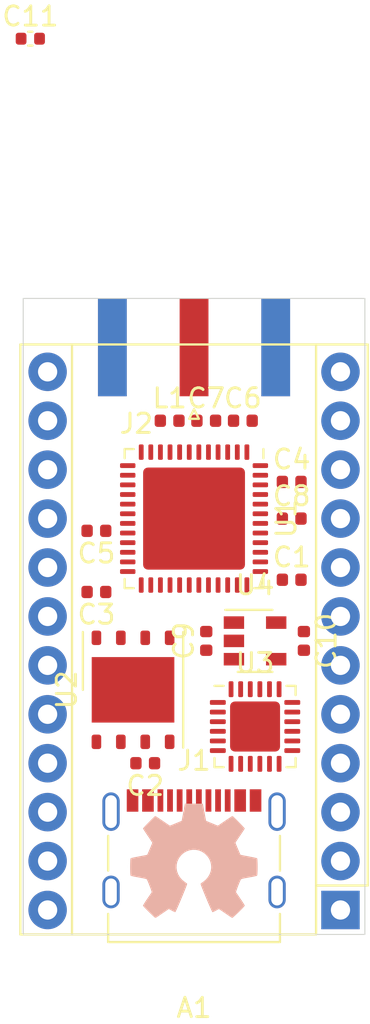
<source format=kicad_pcb>
(kicad_pcb (version 20171130) (host pcbnew 5.1.5+dfsg1-2build2)

  (general
    (thickness 1.6)
    (drawings 4)
    (tracks 0)
    (zones 0)
    (modules 20)
    (nets 25)
  )

  (page A4)
  (layers
    (0 F.Cu signal)
    (31 B.Cu signal)
    (32 B.Adhes user)
    (33 F.Adhes user)
    (34 B.Paste user)
    (35 F.Paste user)
    (36 B.SilkS user)
    (37 F.SilkS user)
    (38 B.Mask user)
    (39 F.Mask user)
    (40 Dwgs.User user)
    (41 Cmts.User user)
    (42 Eco1.User user)
    (43 Eco2.User user)
    (44 Edge.Cuts user)
    (45 Margin user)
    (46 B.CrtYd user)
    (47 F.CrtYd user)
    (48 B.Fab user hide)
    (49 F.Fab user hide)
  )

  (setup
    (last_trace_width 0.25)
    (trace_clearance 0.2)
    (zone_clearance 0.508)
    (zone_45_only no)
    (trace_min 0.2)
    (via_size 0.8)
    (via_drill 0.4)
    (via_min_size 0.4)
    (via_min_drill 0.3)
    (uvia_size 0.3)
    (uvia_drill 0.1)
    (uvias_allowed no)
    (uvia_min_size 0.2)
    (uvia_min_drill 0.1)
    (edge_width 0.05)
    (segment_width 0.2)
    (pcb_text_width 0.3)
    (pcb_text_size 1.5 1.5)
    (mod_edge_width 0.12)
    (mod_text_size 1 1)
    (mod_text_width 0.15)
    (pad_size 1.524 1.524)
    (pad_drill 0.762)
    (pad_to_mask_clearance 0.051)
    (solder_mask_min_width 0.25)
    (aux_axis_origin 0 0)
    (visible_elements FFFFFF7F)
    (pcbplotparams
      (layerselection 0x010fc_ffffffff)
      (usegerberextensions false)
      (usegerberattributes false)
      (usegerberadvancedattributes false)
      (creategerberjobfile false)
      (excludeedgelayer true)
      (linewidth 0.100000)
      (plotframeref false)
      (viasonmask false)
      (mode 1)
      (useauxorigin false)
      (hpglpennumber 1)
      (hpglpenspeed 20)
      (hpglpendiameter 15.000000)
      (psnegative false)
      (psa4output false)
      (plotreference true)
      (plotvalue true)
      (plotinvisibletext false)
      (padsonsilk false)
      (subtractmaskfromsilk false)
      (outputformat 1)
      (mirror false)
      (drillshape 1)
      (scaleselection 1)
      (outputdirectory ""))
  )

  (net 0 "")
  (net 1 GND)
  (net 2 +3V3)
  (net 3 VBUS)
  (net 4 /D+)
  (net 5 /D-)
  (net 6 TDI)
  (net 7 TDO)
  (net 8 TMS)
  (net 9 TCK)
  (net 10 /VDD_SDIO)
  (net 11 USB_TXD)
  (net 12 USB_RXD)
  (net 13 /DAT1)
  (net 14 /DAT0)
  (net 15 /SCLK)
  (net 16 /CMD)
  (net 17 /DAT3)
  (net 18 /DAT2)
  (net 19 RXD)
  (net 20 TXD)
  (net 21 ~RST)
  (net 22 "Net-(C6-Pad1)")
  (net 23 "Net-(C7-Pad1)")
  (net 24 "Net-(U3-Pad5)")

  (net_class Default "This is the default net class."
    (clearance 0.2)
    (trace_width 0.25)
    (via_dia 0.8)
    (via_drill 0.4)
    (uvia_dia 0.3)
    (uvia_drill 0.1)
    (add_net +3V3)
    (add_net /CMD)
    (add_net /D+)
    (add_net /D-)
    (add_net /DAT0)
    (add_net /DAT1)
    (add_net /DAT2)
    (add_net /DAT3)
    (add_net /SCLK)
    (add_net /VDD_SDIO)
    (add_net GND)
    (add_net "Net-(C6-Pad1)")
    (add_net "Net-(C7-Pad1)")
    (add_net "Net-(U3-Pad5)")
    (add_net RXD)
    (add_net TCK)
    (add_net TDI)
    (add_net TDO)
    (add_net TMS)
    (add_net TXD)
    (add_net USB_RXD)
    (add_net USB_TXD)
    (add_net VBUS)
    (add_net ~RST)
  )

  (module Package_SON:WSON-8-1EP_6x5mm_P1.27mm_EP3.4x4.3mm (layer F.Cu) (tedit 5DC5FB10) (tstamp 5F9CBB21)
    (at 125.095 105.41 90)
    (descr "WSON, 8 Pin (http://www.winbond.com/resource-files/w25q32jv%20revg%2003272018%20plus.pdf (page 68)), generated with kicad-footprint-generator ipc_noLead_generator.py")
    (tags "WSON NoLead")
    (path /5F9CABED)
    (attr smd)
    (fp_text reference U2 (at 0 -3.45 90) (layer F.SilkS)
      (effects (font (size 1 1) (thickness 0.15)))
    )
    (fp_text value W25Q32JVZP (at 0 3.45 90) (layer F.Fab)
      (effects (font (size 1 1) (thickness 0.15)))
    )
    (fp_text user %R (at 0 0 90) (layer F.Fab)
      (effects (font (size 1 1) (thickness 0.15)))
    )
    (fp_line (start 3.32 -2.75) (end -3.32 -2.75) (layer F.CrtYd) (width 0.05))
    (fp_line (start 3.32 2.75) (end 3.32 -2.75) (layer F.CrtYd) (width 0.05))
    (fp_line (start -3.32 2.75) (end 3.32 2.75) (layer F.CrtYd) (width 0.05))
    (fp_line (start -3.32 -2.75) (end -3.32 2.75) (layer F.CrtYd) (width 0.05))
    (fp_line (start -3 -1.5) (end -2 -2.5) (layer F.Fab) (width 0.1))
    (fp_line (start -3 2.5) (end -3 -1.5) (layer F.Fab) (width 0.1))
    (fp_line (start 3 2.5) (end -3 2.5) (layer F.Fab) (width 0.1))
    (fp_line (start 3 -2.5) (end 3 2.5) (layer F.Fab) (width 0.1))
    (fp_line (start -2 -2.5) (end 3 -2.5) (layer F.Fab) (width 0.1))
    (fp_line (start -3 2.61) (end 3 2.61) (layer F.SilkS) (width 0.12))
    (fp_line (start 0 -2.61) (end 3 -2.61) (layer F.SilkS) (width 0.12))
    (pad "" smd roundrect (at 0.85 1.075 90) (size 1.37 1.73) (layers F.Paste) (roundrect_rratio 0.182482))
    (pad "" smd roundrect (at 0.85 -1.075 90) (size 1.37 1.73) (layers F.Paste) (roundrect_rratio 0.182482))
    (pad "" smd roundrect (at -0.85 1.075 90) (size 1.37 1.73) (layers F.Paste) (roundrect_rratio 0.182482))
    (pad "" smd roundrect (at -0.85 -1.075 90) (size 1.37 1.73) (layers F.Paste) (roundrect_rratio 0.182482))
    (pad 9 smd rect (at 0 0 90) (size 3.4 4.3) (layers F.Cu F.Mask)
      (net 1 GND))
    (pad 8 smd roundrect (at 2.7 -1.905 90) (size 0.75 0.5) (layers F.Cu F.Paste F.Mask) (roundrect_rratio 0.25)
      (net 10 /VDD_SDIO))
    (pad 7 smd roundrect (at 2.7 -0.635 90) (size 0.75 0.5) (layers F.Cu F.Paste F.Mask) (roundrect_rratio 0.25)
      (net 17 /DAT3))
    (pad 6 smd roundrect (at 2.7 0.635 90) (size 0.75 0.5) (layers F.Cu F.Paste F.Mask) (roundrect_rratio 0.25)
      (net 15 /SCLK))
    (pad 5 smd roundrect (at 2.7 1.905 90) (size 0.75 0.5) (layers F.Cu F.Paste F.Mask) (roundrect_rratio 0.25)
      (net 14 /DAT0))
    (pad 4 smd roundrect (at -2.7 1.905 90) (size 0.75 0.5) (layers F.Cu F.Paste F.Mask) (roundrect_rratio 0.25)
      (net 1 GND))
    (pad 3 smd roundrect (at -2.7 0.635 90) (size 0.75 0.5) (layers F.Cu F.Paste F.Mask) (roundrect_rratio 0.25)
      (net 18 /DAT2))
    (pad 2 smd roundrect (at -2.7 -0.635 90) (size 0.75 0.5) (layers F.Cu F.Paste F.Mask) (roundrect_rratio 0.25)
      (net 13 /DAT1))
    (pad 1 smd roundrect (at -2.7 -1.905 90) (size 0.75 0.5) (layers F.Cu F.Paste F.Mask) (roundrect_rratio 0.25)
      (net 16 /CMD))
    (model ${KISYS3DMOD}/Package_SON.3dshapes/WSON-8-1EP_6x5mm_P1.27mm_EP3.4x4.3mm.wrl
      (at (xyz 0 0 0))
      (scale (xyz 1 1 1))
      (rotate (xyz 0 0 0))
    )
  )

  (module Capacitor_SMD:C_0402_1005Metric (layer F.Cu) (tedit 5F68FEEE) (tstamp 5F9CB9A0)
    (at 119.750001 71.605001)
    (descr "Capacitor SMD 0402 (1005 Metric), square (rectangular) end terminal, IPC_7351 nominal, (Body size source: IPC-SM-782 page 76, https://www.pcb-3d.com/wordpress/wp-content/uploads/ipc-sm-782a_amendment_1_and_2.pdf), generated with kicad-footprint-generator")
    (tags capacitor)
    (path /5FA8EEB8)
    (attr smd)
    (fp_text reference C11 (at 0 -1.16) (layer F.SilkS)
      (effects (font (size 1 1) (thickness 0.15)))
    )
    (fp_text value 100n (at 0 1.16) (layer F.Fab)
      (effects (font (size 1 1) (thickness 0.15)))
    )
    (fp_text user %R (at 0 0) (layer F.Fab)
      (effects (font (size 0.25 0.25) (thickness 0.04)))
    )
    (fp_line (start 0.91 0.46) (end -0.91 0.46) (layer F.CrtYd) (width 0.05))
    (fp_line (start 0.91 -0.46) (end 0.91 0.46) (layer F.CrtYd) (width 0.05))
    (fp_line (start -0.91 -0.46) (end 0.91 -0.46) (layer F.CrtYd) (width 0.05))
    (fp_line (start -0.91 0.46) (end -0.91 -0.46) (layer F.CrtYd) (width 0.05))
    (fp_line (start -0.107836 0.36) (end 0.107836 0.36) (layer F.SilkS) (width 0.12))
    (fp_line (start -0.107836 -0.36) (end 0.107836 -0.36) (layer F.SilkS) (width 0.12))
    (fp_line (start 0.5 0.25) (end -0.5 0.25) (layer F.Fab) (width 0.1))
    (fp_line (start 0.5 -0.25) (end 0.5 0.25) (layer F.Fab) (width 0.1))
    (fp_line (start -0.5 -0.25) (end 0.5 -0.25) (layer F.Fab) (width 0.1))
    (fp_line (start -0.5 0.25) (end -0.5 -0.25) (layer F.Fab) (width 0.1))
    (pad 2 smd roundrect (at 0.48 0) (size 0.56 0.62) (layers F.Cu F.Paste F.Mask) (roundrect_rratio 0.25)
      (net 1 GND))
    (pad 1 smd roundrect (at -0.48 0) (size 0.56 0.62) (layers F.Cu F.Paste F.Mask) (roundrect_rratio 0.25)
      (net 2 +3V3))
    (model ${KISYS3DMOD}/Capacitor_SMD.3dshapes/C_0402_1005Metric.wrl
      (at (xyz 0 0 0))
      (scale (xyz 1 1 1))
      (rotate (xyz 0 0 0))
    )
  )

  (module Package_TO_SOT_SMD:SOT-23-5 (layer F.Cu) (tedit 5A02FF57) (tstamp 5F93EBEB)
    (at 131.445 102.87)
    (descr "5-pin SOT23 package")
    (tags SOT-23-5)
    (path /5FA3B3AE)
    (attr smd)
    (fp_text reference U4 (at 0 -2.9) (layer F.SilkS)
      (effects (font (size 1 1) (thickness 0.15)))
    )
    (fp_text value AP2112K-3.3 (at 0 2.9) (layer F.Fab)
      (effects (font (size 1 1) (thickness 0.15)))
    )
    (fp_line (start 0.9 -1.55) (end 0.9 1.55) (layer F.Fab) (width 0.1))
    (fp_line (start 0.9 1.55) (end -0.9 1.55) (layer F.Fab) (width 0.1))
    (fp_line (start -0.9 -0.9) (end -0.9 1.55) (layer F.Fab) (width 0.1))
    (fp_line (start 0.9 -1.55) (end -0.25 -1.55) (layer F.Fab) (width 0.1))
    (fp_line (start -0.9 -0.9) (end -0.25 -1.55) (layer F.Fab) (width 0.1))
    (fp_line (start -1.9 1.8) (end -1.9 -1.8) (layer F.CrtYd) (width 0.05))
    (fp_line (start 1.9 1.8) (end -1.9 1.8) (layer F.CrtYd) (width 0.05))
    (fp_line (start 1.9 -1.8) (end 1.9 1.8) (layer F.CrtYd) (width 0.05))
    (fp_line (start -1.9 -1.8) (end 1.9 -1.8) (layer F.CrtYd) (width 0.05))
    (fp_line (start 0.9 -1.61) (end -1.55 -1.61) (layer F.SilkS) (width 0.12))
    (fp_line (start -0.9 1.61) (end 0.9 1.61) (layer F.SilkS) (width 0.12))
    (fp_text user %R (at 0 0 90) (layer F.Fab)
      (effects (font (size 0.5 0.5) (thickness 0.075)))
    )
    (pad 5 smd rect (at 1.1 -0.95) (size 1.06 0.65) (layers F.Cu F.Paste F.Mask)
      (net 2 +3V3))
    (pad 4 smd rect (at 1.1 0.95) (size 1.06 0.65) (layers F.Cu F.Paste F.Mask))
    (pad 3 smd rect (at -1.1 0.95) (size 1.06 0.65) (layers F.Cu F.Paste F.Mask)
      (net 3 VBUS))
    (pad 2 smd rect (at -1.1 0) (size 1.06 0.65) (layers F.Cu F.Paste F.Mask)
      (net 1 GND))
    (pad 1 smd rect (at -1.1 -0.95) (size 1.06 0.65) (layers F.Cu F.Paste F.Mask)
      (net 3 VBUS))
    (model ${KISYS3DMOD}/Package_TO_SOT_SMD.3dshapes/SOT-23-5.wrl
      (at (xyz 0 0 0))
      (scale (xyz 1 1 1))
      (rotate (xyz 0 0 0))
    )
  )

  (module Capacitor_SMD:C_0402_1005Metric (layer F.Cu) (tedit 5B301BBE) (tstamp 5F93DA86)
    (at 133.985 102.87 270)
    (descr "Capacitor SMD 0402 (1005 Metric), square (rectangular) end terminal, IPC_7351 nominal, (Body size source: http://www.tortai-tech.com/upload/download/2011102023233369053.pdf), generated with kicad-footprint-generator")
    (tags capacitor)
    (path /5FA3E053)
    (attr smd)
    (fp_text reference C10 (at 0 -1.17 90) (layer F.SilkS)
      (effects (font (size 1 1) (thickness 0.15)))
    )
    (fp_text value 100n (at 0 1.17 90) (layer F.Fab)
      (effects (font (size 1 1) (thickness 0.15)))
    )
    (fp_text user %R (at 0 0 90) (layer F.Fab)
      (effects (font (size 0.25 0.25) (thickness 0.04)))
    )
    (fp_line (start 0.93 0.47) (end -0.93 0.47) (layer F.CrtYd) (width 0.05))
    (fp_line (start 0.93 -0.47) (end 0.93 0.47) (layer F.CrtYd) (width 0.05))
    (fp_line (start -0.93 -0.47) (end 0.93 -0.47) (layer F.CrtYd) (width 0.05))
    (fp_line (start -0.93 0.47) (end -0.93 -0.47) (layer F.CrtYd) (width 0.05))
    (fp_line (start 0.5 0.25) (end -0.5 0.25) (layer F.Fab) (width 0.1))
    (fp_line (start 0.5 -0.25) (end 0.5 0.25) (layer F.Fab) (width 0.1))
    (fp_line (start -0.5 -0.25) (end 0.5 -0.25) (layer F.Fab) (width 0.1))
    (fp_line (start -0.5 0.25) (end -0.5 -0.25) (layer F.Fab) (width 0.1))
    (pad 2 smd roundrect (at 0.485 0 270) (size 0.59 0.64) (layers F.Cu F.Paste F.Mask) (roundrect_rratio 0.25)
      (net 1 GND))
    (pad 1 smd roundrect (at -0.485 0 270) (size 0.59 0.64) (layers F.Cu F.Paste F.Mask) (roundrect_rratio 0.25)
      (net 2 +3V3))
    (model ${KISYS3DMOD}/Capacitor_SMD.3dshapes/C_0402_1005Metric.wrl
      (at (xyz 0 0 0))
      (scale (xyz 1 1 1))
      (rotate (xyz 0 0 0))
    )
  )

  (module Capacitor_SMD:C_0402_1005Metric (layer F.Cu) (tedit 5B301BBE) (tstamp 5F93DA77)
    (at 128.905 102.87 90)
    (descr "Capacitor SMD 0402 (1005 Metric), square (rectangular) end terminal, IPC_7351 nominal, (Body size source: http://www.tortai-tech.com/upload/download/2011102023233369053.pdf), generated with kicad-footprint-generator")
    (tags capacitor)
    (path /5FA3E073)
    (attr smd)
    (fp_text reference C9 (at 0 -1.17 90) (layer F.SilkS)
      (effects (font (size 1 1) (thickness 0.15)))
    )
    (fp_text value 100n (at 0 1.17 90) (layer F.Fab)
      (effects (font (size 1 1) (thickness 0.15)))
    )
    (fp_text user %R (at 0 0 90) (layer F.Fab)
      (effects (font (size 0.25 0.25) (thickness 0.04)))
    )
    (fp_line (start 0.93 0.47) (end -0.93 0.47) (layer F.CrtYd) (width 0.05))
    (fp_line (start 0.93 -0.47) (end 0.93 0.47) (layer F.CrtYd) (width 0.05))
    (fp_line (start -0.93 -0.47) (end 0.93 -0.47) (layer F.CrtYd) (width 0.05))
    (fp_line (start -0.93 0.47) (end -0.93 -0.47) (layer F.CrtYd) (width 0.05))
    (fp_line (start 0.5 0.25) (end -0.5 0.25) (layer F.Fab) (width 0.1))
    (fp_line (start 0.5 -0.25) (end 0.5 0.25) (layer F.Fab) (width 0.1))
    (fp_line (start -0.5 -0.25) (end 0.5 -0.25) (layer F.Fab) (width 0.1))
    (fp_line (start -0.5 0.25) (end -0.5 -0.25) (layer F.Fab) (width 0.1))
    (pad 2 smd roundrect (at 0.485 0 90) (size 0.59 0.64) (layers F.Cu F.Paste F.Mask) (roundrect_rratio 0.25)
      (net 1 GND))
    (pad 1 smd roundrect (at -0.485 0 90) (size 0.59 0.64) (layers F.Cu F.Paste F.Mask) (roundrect_rratio 0.25)
      (net 3 VBUS))
    (model ${KISYS3DMOD}/Capacitor_SMD.3dshapes/C_0402_1005Metric.wrl
      (at (xyz 0 0 0))
      (scale (xyz 1 1 1))
      (rotate (xyz 0 0 0))
    )
  )

  (module Capacitor_SMD:C_0402_1005Metric (layer F.Cu) (tedit 5B301BBE) (tstamp 5F93C990)
    (at 133.35 96.52)
    (descr "Capacitor SMD 0402 (1005 Metric), square (rectangular) end terminal, IPC_7351 nominal, (Body size source: http://www.tortai-tech.com/upload/download/2011102023233369053.pdf), generated with kicad-footprint-generator")
    (tags capacitor)
    (path /5FA2BE7C)
    (attr smd)
    (fp_text reference C8 (at 0 -1.17) (layer F.SilkS)
      (effects (font (size 1 1) (thickness 0.15)))
    )
    (fp_text value 100n (at 0 1.17) (layer F.Fab)
      (effects (font (size 1 1) (thickness 0.15)))
    )
    (fp_text user %R (at 0 0) (layer F.Fab)
      (effects (font (size 0.25 0.25) (thickness 0.04)))
    )
    (fp_line (start 0.93 0.47) (end -0.93 0.47) (layer F.CrtYd) (width 0.05))
    (fp_line (start 0.93 -0.47) (end 0.93 0.47) (layer F.CrtYd) (width 0.05))
    (fp_line (start -0.93 -0.47) (end 0.93 -0.47) (layer F.CrtYd) (width 0.05))
    (fp_line (start -0.93 0.47) (end -0.93 -0.47) (layer F.CrtYd) (width 0.05))
    (fp_line (start 0.5 0.25) (end -0.5 0.25) (layer F.Fab) (width 0.1))
    (fp_line (start 0.5 -0.25) (end 0.5 0.25) (layer F.Fab) (width 0.1))
    (fp_line (start -0.5 -0.25) (end 0.5 -0.25) (layer F.Fab) (width 0.1))
    (fp_line (start -0.5 0.25) (end -0.5 -0.25) (layer F.Fab) (width 0.1))
    (pad 2 smd roundrect (at 0.485 0) (size 0.59 0.64) (layers F.Cu F.Paste F.Mask) (roundrect_rratio 0.25)
      (net 1 GND))
    (pad 1 smd roundrect (at -0.485 0) (size 0.59 0.64) (layers F.Cu F.Paste F.Mask) (roundrect_rratio 0.25)
      (net 2 +3V3))
    (model ${KISYS3DMOD}/Capacitor_SMD.3dshapes/C_0402_1005Metric.wrl
      (at (xyz 0 0 0))
      (scale (xyz 1 1 1))
      (rotate (xyz 0 0 0))
    )
  )

  (module Capacitor_SMD:C_0402_1005Metric (layer F.Cu) (tedit 5B301BBE) (tstamp 5F93C92D)
    (at 133.35 94.615)
    (descr "Capacitor SMD 0402 (1005 Metric), square (rectangular) end terminal, IPC_7351 nominal, (Body size source: http://www.tortai-tech.com/upload/download/2011102023233369053.pdf), generated with kicad-footprint-generator")
    (tags capacitor)
    (path /5FA2BE9C)
    (attr smd)
    (fp_text reference C4 (at 0 -1.17) (layer F.SilkS)
      (effects (font (size 1 1) (thickness 0.15)))
    )
    (fp_text value 100n (at 0 1.17) (layer F.Fab)
      (effects (font (size 1 1) (thickness 0.15)))
    )
    (fp_text user %R (at 0 0) (layer F.Fab)
      (effects (font (size 0.25 0.25) (thickness 0.04)))
    )
    (fp_line (start 0.93 0.47) (end -0.93 0.47) (layer F.CrtYd) (width 0.05))
    (fp_line (start 0.93 -0.47) (end 0.93 0.47) (layer F.CrtYd) (width 0.05))
    (fp_line (start -0.93 -0.47) (end 0.93 -0.47) (layer F.CrtYd) (width 0.05))
    (fp_line (start -0.93 0.47) (end -0.93 -0.47) (layer F.CrtYd) (width 0.05))
    (fp_line (start 0.5 0.25) (end -0.5 0.25) (layer F.Fab) (width 0.1))
    (fp_line (start 0.5 -0.25) (end 0.5 0.25) (layer F.Fab) (width 0.1))
    (fp_line (start -0.5 -0.25) (end 0.5 -0.25) (layer F.Fab) (width 0.1))
    (fp_line (start -0.5 0.25) (end -0.5 -0.25) (layer F.Fab) (width 0.1))
    (pad 2 smd roundrect (at 0.485 0) (size 0.59 0.64) (layers F.Cu F.Paste F.Mask) (roundrect_rratio 0.25)
      (net 1 GND))
    (pad 1 smd roundrect (at -0.485 0) (size 0.59 0.64) (layers F.Cu F.Paste F.Mask) (roundrect_rratio 0.25)
      (net 2 +3V3))
    (model ${KISYS3DMOD}/Capacitor_SMD.3dshapes/C_0402_1005Metric.wrl
      (at (xyz 0 0 0))
      (scale (xyz 1 1 1))
      (rotate (xyz 0 0 0))
    )
  )

  (module Inductor_SMD:L_0402_1005Metric (layer F.Cu) (tedit 5B301BBE) (tstamp 5F93ACAC)
    (at 127 91.44)
    (descr "Inductor SMD 0402 (1005 Metric), square (rectangular) end terminal, IPC_7351 nominal, (Body size source: http://www.tortai-tech.com/upload/download/2011102023233369053.pdf), generated with kicad-footprint-generator")
    (tags inductor)
    (path /5F9B04A8)
    (attr smd)
    (fp_text reference L1 (at 0 -1.17) (layer F.SilkS)
      (effects (font (size 1 1) (thickness 0.15)))
    )
    (fp_text value 7.5nH (at 0 1.17) (layer F.Fab)
      (effects (font (size 1 1) (thickness 0.15)))
    )
    (fp_text user %R (at 0 0) (layer F.Fab)
      (effects (font (size 0.25 0.25) (thickness 0.04)))
    )
    (fp_line (start 0.93 0.47) (end -0.93 0.47) (layer F.CrtYd) (width 0.05))
    (fp_line (start 0.93 -0.47) (end 0.93 0.47) (layer F.CrtYd) (width 0.05))
    (fp_line (start -0.93 -0.47) (end 0.93 -0.47) (layer F.CrtYd) (width 0.05))
    (fp_line (start -0.93 0.47) (end -0.93 -0.47) (layer F.CrtYd) (width 0.05))
    (fp_line (start 0.5 0.25) (end -0.5 0.25) (layer F.Fab) (width 0.1))
    (fp_line (start 0.5 -0.25) (end 0.5 0.25) (layer F.Fab) (width 0.1))
    (fp_line (start -0.5 -0.25) (end 0.5 -0.25) (layer F.Fab) (width 0.1))
    (fp_line (start -0.5 0.25) (end -0.5 -0.25) (layer F.Fab) (width 0.1))
    (pad 2 smd roundrect (at 0.485 0) (size 0.59 0.64) (layers F.Cu F.Paste F.Mask) (roundrect_rratio 0.25)
      (net 23 "Net-(C7-Pad1)"))
    (pad 1 smd roundrect (at -0.485 0) (size 0.59 0.64) (layers F.Cu F.Paste F.Mask) (roundrect_rratio 0.25)
      (net 1 GND))
    (model ${KISYS3DMOD}/Inductor_SMD.3dshapes/L_0402_1005Metric.wrl
      (at (xyz 0 0 0))
      (scale (xyz 1 1 1))
      (rotate (xyz 0 0 0))
    )
  )

  (module Capacitor_SMD:C_0402_1005Metric (layer F.Cu) (tedit 5B301BBE) (tstamp 5F93A3C0)
    (at 128.905 91.44)
    (descr "Capacitor SMD 0402 (1005 Metric), square (rectangular) end terminal, IPC_7351 nominal, (Body size source: http://www.tortai-tech.com/upload/download/2011102023233369053.pdf), generated with kicad-footprint-generator")
    (tags capacitor)
    (path /5F9A37D1)
    (attr smd)
    (fp_text reference C7 (at 0 -1.17) (layer F.SilkS)
      (effects (font (size 1 1) (thickness 0.15)))
    )
    (fp_text value 1.5pF (at 0 1.17) (layer F.Fab)
      (effects (font (size 1 1) (thickness 0.15)))
    )
    (fp_text user %R (at 0 0) (layer F.Fab)
      (effects (font (size 0.25 0.25) (thickness 0.04)))
    )
    (fp_line (start 0.93 0.47) (end -0.93 0.47) (layer F.CrtYd) (width 0.05))
    (fp_line (start 0.93 -0.47) (end 0.93 0.47) (layer F.CrtYd) (width 0.05))
    (fp_line (start -0.93 -0.47) (end 0.93 -0.47) (layer F.CrtYd) (width 0.05))
    (fp_line (start -0.93 0.47) (end -0.93 -0.47) (layer F.CrtYd) (width 0.05))
    (fp_line (start 0.5 0.25) (end -0.5 0.25) (layer F.Fab) (width 0.1))
    (fp_line (start 0.5 -0.25) (end 0.5 0.25) (layer F.Fab) (width 0.1))
    (fp_line (start -0.5 -0.25) (end 0.5 -0.25) (layer F.Fab) (width 0.1))
    (fp_line (start -0.5 0.25) (end -0.5 -0.25) (layer F.Fab) (width 0.1))
    (pad 2 smd roundrect (at 0.485 0) (size 0.59 0.64) (layers F.Cu F.Paste F.Mask) (roundrect_rratio 0.25)
      (net 22 "Net-(C6-Pad1)"))
    (pad 1 smd roundrect (at -0.485 0) (size 0.59 0.64) (layers F.Cu F.Paste F.Mask) (roundrect_rratio 0.25)
      (net 23 "Net-(C7-Pad1)"))
    (model ${KISYS3DMOD}/Capacitor_SMD.3dshapes/C_0402_1005Metric.wrl
      (at (xyz 0 0 0))
      (scale (xyz 1 1 1))
      (rotate (xyz 0 0 0))
    )
  )

  (module Capacitor_SMD:C_0402_1005Metric (layer F.Cu) (tedit 5B301BBE) (tstamp 5F93A3B1)
    (at 130.81 91.44)
    (descr "Capacitor SMD 0402 (1005 Metric), square (rectangular) end terminal, IPC_7351 nominal, (Body size source: http://www.tortai-tech.com/upload/download/2011102023233369053.pdf), generated with kicad-footprint-generator")
    (tags capacitor)
    (path /5F9A8B29)
    (attr smd)
    (fp_text reference C6 (at 0 -1.17) (layer F.SilkS)
      (effects (font (size 1 1) (thickness 0.15)))
    )
    (fp_text value 0.75pF (at 0 1.17) (layer F.Fab)
      (effects (font (size 1 1) (thickness 0.15)))
    )
    (fp_text user %R (at 0 0) (layer F.Fab)
      (effects (font (size 0.25 0.25) (thickness 0.04)))
    )
    (fp_line (start 0.93 0.47) (end -0.93 0.47) (layer F.CrtYd) (width 0.05))
    (fp_line (start 0.93 -0.47) (end 0.93 0.47) (layer F.CrtYd) (width 0.05))
    (fp_line (start -0.93 -0.47) (end 0.93 -0.47) (layer F.CrtYd) (width 0.05))
    (fp_line (start -0.93 0.47) (end -0.93 -0.47) (layer F.CrtYd) (width 0.05))
    (fp_line (start 0.5 0.25) (end -0.5 0.25) (layer F.Fab) (width 0.1))
    (fp_line (start 0.5 -0.25) (end 0.5 0.25) (layer F.Fab) (width 0.1))
    (fp_line (start -0.5 -0.25) (end 0.5 -0.25) (layer F.Fab) (width 0.1))
    (fp_line (start -0.5 0.25) (end -0.5 -0.25) (layer F.Fab) (width 0.1))
    (pad 2 smd roundrect (at 0.485 0) (size 0.59 0.64) (layers F.Cu F.Paste F.Mask) (roundrect_rratio 0.25)
      (net 1 GND))
    (pad 1 smd roundrect (at -0.485 0) (size 0.59 0.64) (layers F.Cu F.Paste F.Mask) (roundrect_rratio 0.25)
      (net 22 "Net-(C6-Pad1)"))
    (model ${KISYS3DMOD}/Capacitor_SMD.3dshapes/C_0402_1005Metric.wrl
      (at (xyz 0 0 0))
      (scale (xyz 1 1 1))
      (rotate (xyz 0 0 0))
    )
  )

  (module Connector_Coaxial:SMA_Amphenol_132289_EdgeMount (layer F.Cu) (tedit 5A1C1810) (tstamp 5F93434F)
    (at 128.27 87.63 90)
    (descr http://www.amphenolrf.com/132289.html)
    (tags SMA)
    (path /5F9826E4)
    (attr smd)
    (fp_text reference J2 (at -3.96 -3) (layer F.SilkS)
      (effects (font (size 1 1) (thickness 0.15)))
    )
    (fp_text value Conn_Coaxial (at 5 6 90) (layer F.Fab)
      (effects (font (size 1 1) (thickness 0.15)))
    )
    (fp_line (start -1.91 5.08) (end 4.445 5.08) (layer F.Fab) (width 0.1))
    (fp_line (start -1.91 3.81) (end -1.91 5.08) (layer F.Fab) (width 0.1))
    (fp_line (start 2.54 3.81) (end -1.91 3.81) (layer F.Fab) (width 0.1))
    (fp_line (start 2.54 -3.81) (end 2.54 3.81) (layer F.Fab) (width 0.1))
    (fp_line (start -1.91 -3.81) (end 2.54 -3.81) (layer F.Fab) (width 0.1))
    (fp_line (start -1.91 -5.08) (end -1.91 -3.81) (layer F.Fab) (width 0.1))
    (fp_line (start -1.91 -5.08) (end 4.445 -5.08) (layer F.Fab) (width 0.1))
    (fp_line (start 4.445 -3.81) (end 4.445 -5.08) (layer F.Fab) (width 0.1))
    (fp_line (start 4.445 5.08) (end 4.445 3.81) (layer F.Fab) (width 0.1))
    (fp_line (start 13.97 3.81) (end 4.445 3.81) (layer F.Fab) (width 0.1))
    (fp_line (start 13.97 -3.81) (end 13.97 3.81) (layer F.Fab) (width 0.1))
    (fp_line (start 4.445 -3.81) (end 13.97 -3.81) (layer F.Fab) (width 0.1))
    (fp_line (start -3.04 5.58) (end -3.04 -5.58) (layer B.CrtYd) (width 0.05))
    (fp_line (start 14.47 5.58) (end -3.04 5.58) (layer B.CrtYd) (width 0.05))
    (fp_line (start 14.47 -5.58) (end 14.47 5.58) (layer B.CrtYd) (width 0.05))
    (fp_line (start 14.47 -5.58) (end -3.04 -5.58) (layer B.CrtYd) (width 0.05))
    (fp_line (start -3.04 5.58) (end -3.04 -5.58) (layer F.CrtYd) (width 0.05))
    (fp_line (start 14.47 5.58) (end -3.04 5.58) (layer F.CrtYd) (width 0.05))
    (fp_line (start 14.47 -5.58) (end 14.47 5.58) (layer F.CrtYd) (width 0.05))
    (fp_line (start 14.47 -5.58) (end -3.04 -5.58) (layer F.CrtYd) (width 0.05))
    (fp_text user %R (at 4.79 0 180) (layer F.Fab)
      (effects (font (size 1 1) (thickness 0.15)))
    )
    (fp_line (start 2.54 -0.75) (end 3.54 0) (layer F.Fab) (width 0.1))
    (fp_line (start 3.54 0) (end 2.54 0.75) (layer F.Fab) (width 0.1))
    (fp_line (start -3.21 0) (end -3.71 -0.25) (layer F.SilkS) (width 0.12))
    (fp_line (start -3.71 -0.25) (end -3.71 0.25) (layer F.SilkS) (width 0.12))
    (fp_line (start -3.71 0.25) (end -3.21 0) (layer F.SilkS) (width 0.12))
    (pad 1 smd rect (at 0 0 180) (size 1.5 5.08) (layers F.Cu F.Paste F.Mask)
      (net 23 "Net-(C7-Pad1)"))
    (pad 2 smd rect (at 0 -4.25 180) (size 1.5 5.08) (layers F.Cu F.Paste F.Mask)
      (net 1 GND))
    (pad 2 smd rect (at 0 4.25 180) (size 1.5 5.08) (layers F.Cu F.Paste F.Mask)
      (net 1 GND))
    (pad 2 smd rect (at 0 -4.25 180) (size 1.5 5.08) (layers B.Cu B.Paste B.Mask)
      (net 1 GND))
    (pad 2 smd rect (at 0 4.25 180) (size 1.5 5.08) (layers B.Cu B.Paste B.Mask)
      (net 1 GND))
    (model ${KISYS3DMOD}/Connector_Coaxial.3dshapes/SMA_Amphenol_132289_EdgeMount.wrl
      (at (xyz 0 0 0))
      (scale (xyz 1 1 1))
      (rotate (xyz 0 0 0))
    )
  )

  (module Capacitor_SMD:C_0402_1005Metric (layer F.Cu) (tedit 5B301BBE) (tstamp 5F9342DA)
    (at 123.19 97.155 180)
    (descr "Capacitor SMD 0402 (1005 Metric), square (rectangular) end terminal, IPC_7351 nominal, (Body size source: http://www.tortai-tech.com/upload/download/2011102023233369053.pdf), generated with kicad-footprint-generator")
    (tags capacitor)
    (path /5F975499)
    (attr smd)
    (fp_text reference C5 (at 0 -1.17) (layer F.SilkS)
      (effects (font (size 1 1) (thickness 0.15)))
    )
    (fp_text value 100n (at 0 1.17) (layer F.Fab)
      (effects (font (size 1 1) (thickness 0.15)))
    )
    (fp_text user %R (at 0 0) (layer F.Fab)
      (effects (font (size 0.25 0.25) (thickness 0.04)))
    )
    (fp_line (start 0.93 0.47) (end -0.93 0.47) (layer F.CrtYd) (width 0.05))
    (fp_line (start 0.93 -0.47) (end 0.93 0.47) (layer F.CrtYd) (width 0.05))
    (fp_line (start -0.93 -0.47) (end 0.93 -0.47) (layer F.CrtYd) (width 0.05))
    (fp_line (start -0.93 0.47) (end -0.93 -0.47) (layer F.CrtYd) (width 0.05))
    (fp_line (start 0.5 0.25) (end -0.5 0.25) (layer F.Fab) (width 0.1))
    (fp_line (start 0.5 -0.25) (end 0.5 0.25) (layer F.Fab) (width 0.1))
    (fp_line (start -0.5 -0.25) (end 0.5 -0.25) (layer F.Fab) (width 0.1))
    (fp_line (start -0.5 0.25) (end -0.5 -0.25) (layer F.Fab) (width 0.1))
    (pad 2 smd roundrect (at 0.485 0 180) (size 0.59 0.64) (layers F.Cu F.Paste F.Mask) (roundrect_rratio 0.25)
      (net 1 GND))
    (pad 1 smd roundrect (at -0.485 0 180) (size 0.59 0.64) (layers F.Cu F.Paste F.Mask) (roundrect_rratio 0.25)
      (net 2 +3V3))
    (model ${KISYS3DMOD}/Capacitor_SMD.3dshapes/C_0402_1005Metric.wrl
      (at (xyz 0 0 0))
      (scale (xyz 1 1 1))
      (rotate (xyz 0 0 0))
    )
  )

  (module Capacitor_SMD:C_0402_1005Metric (layer F.Cu) (tedit 5B301BBE) (tstamp 5F9342AB)
    (at 123.19 100.33 180)
    (descr "Capacitor SMD 0402 (1005 Metric), square (rectangular) end terminal, IPC_7351 nominal, (Body size source: http://www.tortai-tech.com/upload/download/2011102023233369053.pdf), generated with kicad-footprint-generator")
    (tags capacitor)
    (path /5F97928D)
    (attr smd)
    (fp_text reference C3 (at 0 -1.17) (layer F.SilkS)
      (effects (font (size 1 1) (thickness 0.15)))
    )
    (fp_text value 100n (at 0 1.17) (layer F.Fab)
      (effects (font (size 1 1) (thickness 0.15)))
    )
    (fp_text user %R (at 0 0) (layer F.Fab)
      (effects (font (size 0.25 0.25) (thickness 0.04)))
    )
    (fp_line (start 0.93 0.47) (end -0.93 0.47) (layer F.CrtYd) (width 0.05))
    (fp_line (start 0.93 -0.47) (end 0.93 0.47) (layer F.CrtYd) (width 0.05))
    (fp_line (start -0.93 -0.47) (end 0.93 -0.47) (layer F.CrtYd) (width 0.05))
    (fp_line (start -0.93 0.47) (end -0.93 -0.47) (layer F.CrtYd) (width 0.05))
    (fp_line (start 0.5 0.25) (end -0.5 0.25) (layer F.Fab) (width 0.1))
    (fp_line (start 0.5 -0.25) (end 0.5 0.25) (layer F.Fab) (width 0.1))
    (fp_line (start -0.5 -0.25) (end 0.5 -0.25) (layer F.Fab) (width 0.1))
    (fp_line (start -0.5 0.25) (end -0.5 -0.25) (layer F.Fab) (width 0.1))
    (pad 2 smd roundrect (at 0.485 0 180) (size 0.59 0.64) (layers F.Cu F.Paste F.Mask) (roundrect_rratio 0.25)
      (net 1 GND))
    (pad 1 smd roundrect (at -0.485 0 180) (size 0.59 0.64) (layers F.Cu F.Paste F.Mask) (roundrect_rratio 0.25)
      (net 10 /VDD_SDIO))
    (model ${KISYS3DMOD}/Capacitor_SMD.3dshapes/C_0402_1005Metric.wrl
      (at (xyz 0 0 0))
      (scale (xyz 1 1 1))
      (rotate (xyz 0 0 0))
    )
  )

  (module Package_DFN_QFN:QFN-24-1EP_4x4mm_P0.5mm_EP2.6x2.6mm (layer F.Cu) (tedit 5C1FD453) (tstamp 5F9347F4)
    (at 131.445 107.315)
    (descr "QFN, 24 Pin (http://ww1.microchip.com/downloads/en/PackagingSpec/00000049BQ.pdf#page=278), generated with kicad-footprint-generator ipc_dfn_qfn_generator.py")
    (tags "QFN DFN_QFN")
    (path /5F8F1A53)
    (attr smd)
    (fp_text reference U3 (at 0 -3.3) (layer F.SilkS)
      (effects (font (size 1 1) (thickness 0.15)))
    )
    (fp_text value CP2104 (at 0 3.3) (layer F.Fab)
      (effects (font (size 1 1) (thickness 0.15)))
    )
    (fp_text user %R (at 0 0) (layer F.Fab)
      (effects (font (size 1 1) (thickness 0.15)))
    )
    (fp_line (start 2.6 -2.6) (end -2.6 -2.6) (layer F.CrtYd) (width 0.05))
    (fp_line (start 2.6 2.6) (end 2.6 -2.6) (layer F.CrtYd) (width 0.05))
    (fp_line (start -2.6 2.6) (end 2.6 2.6) (layer F.CrtYd) (width 0.05))
    (fp_line (start -2.6 -2.6) (end -2.6 2.6) (layer F.CrtYd) (width 0.05))
    (fp_line (start -2 -1) (end -1 -2) (layer F.Fab) (width 0.1))
    (fp_line (start -2 2) (end -2 -1) (layer F.Fab) (width 0.1))
    (fp_line (start 2 2) (end -2 2) (layer F.Fab) (width 0.1))
    (fp_line (start 2 -2) (end 2 2) (layer F.Fab) (width 0.1))
    (fp_line (start -1 -2) (end 2 -2) (layer F.Fab) (width 0.1))
    (fp_line (start -1.635 -2.11) (end -2.11 -2.11) (layer F.SilkS) (width 0.12))
    (fp_line (start 2.11 2.11) (end 2.11 1.635) (layer F.SilkS) (width 0.12))
    (fp_line (start 1.635 2.11) (end 2.11 2.11) (layer F.SilkS) (width 0.12))
    (fp_line (start -2.11 2.11) (end -2.11 1.635) (layer F.SilkS) (width 0.12))
    (fp_line (start -1.635 2.11) (end -2.11 2.11) (layer F.SilkS) (width 0.12))
    (fp_line (start 2.11 -2.11) (end 2.11 -1.635) (layer F.SilkS) (width 0.12))
    (fp_line (start 1.635 -2.11) (end 2.11 -2.11) (layer F.SilkS) (width 0.12))
    (pad 24 smd roundrect (at -1.25 -1.9375) (size 0.25 0.825) (layers F.Cu F.Paste F.Mask) (roundrect_rratio 0.25))
    (pad 23 smd roundrect (at -0.75 -1.9375) (size 0.25 0.825) (layers F.Cu F.Paste F.Mask) (roundrect_rratio 0.25))
    (pad 22 smd roundrect (at -0.25 -1.9375) (size 0.25 0.825) (layers F.Cu F.Paste F.Mask) (roundrect_rratio 0.25))
    (pad 21 smd roundrect (at 0.25 -1.9375) (size 0.25 0.825) (layers F.Cu F.Paste F.Mask) (roundrect_rratio 0.25)
      (net 12 USB_RXD))
    (pad 20 smd roundrect (at 0.75 -1.9375) (size 0.25 0.825) (layers F.Cu F.Paste F.Mask) (roundrect_rratio 0.25)
      (net 11 USB_TXD))
    (pad 19 smd roundrect (at 1.25 -1.9375) (size 0.25 0.825) (layers F.Cu F.Paste F.Mask) (roundrect_rratio 0.25))
    (pad 18 smd roundrect (at 1.9375 -1.25) (size 0.825 0.25) (layers F.Cu F.Paste F.Mask) (roundrect_rratio 0.25))
    (pad 17 smd roundrect (at 1.9375 -0.75) (size 0.825 0.25) (layers F.Cu F.Paste F.Mask) (roundrect_rratio 0.25))
    (pad 16 smd roundrect (at 1.9375 -0.25) (size 0.825 0.25) (layers F.Cu F.Paste F.Mask) (roundrect_rratio 0.25))
    (pad 15 smd roundrect (at 1.9375 0.25) (size 0.825 0.25) (layers F.Cu F.Paste F.Mask) (roundrect_rratio 0.25))
    (pad 14 smd roundrect (at 1.9375 0.75) (size 0.825 0.25) (layers F.Cu F.Paste F.Mask) (roundrect_rratio 0.25))
    (pad 13 smd roundrect (at 1.9375 1.25) (size 0.825 0.25) (layers F.Cu F.Paste F.Mask) (roundrect_rratio 0.25))
    (pad 12 smd roundrect (at 1.25 1.9375) (size 0.25 0.825) (layers F.Cu F.Paste F.Mask) (roundrect_rratio 0.25))
    (pad 11 smd roundrect (at 0.75 1.9375) (size 0.25 0.825) (layers F.Cu F.Paste F.Mask) (roundrect_rratio 0.25))
    (pad 10 smd roundrect (at 0.25 1.9375) (size 0.25 0.825) (layers F.Cu F.Paste F.Mask) (roundrect_rratio 0.25))
    (pad 9 smd roundrect (at -0.25 1.9375) (size 0.25 0.825) (layers F.Cu F.Paste F.Mask) (roundrect_rratio 0.25)
      (net 21 ~RST))
    (pad 8 smd roundrect (at -0.75 1.9375) (size 0.25 0.825) (layers F.Cu F.Paste F.Mask) (roundrect_rratio 0.25)
      (net 3 VBUS))
    (pad 7 smd roundrect (at -1.25 1.9375) (size 0.25 0.825) (layers F.Cu F.Paste F.Mask) (roundrect_rratio 0.25)
      (net 3 VBUS))
    (pad 6 smd roundrect (at -1.9375 1.25) (size 0.825 0.25) (layers F.Cu F.Paste F.Mask) (roundrect_rratio 0.25)
      (net 24 "Net-(U3-Pad5)"))
    (pad 5 smd roundrect (at -1.9375 0.75) (size 0.825 0.25) (layers F.Cu F.Paste F.Mask) (roundrect_rratio 0.25)
      (net 24 "Net-(U3-Pad5)"))
    (pad 4 smd roundrect (at -1.9375 0.25) (size 0.825 0.25) (layers F.Cu F.Paste F.Mask) (roundrect_rratio 0.25)
      (net 5 /D-))
    (pad 3 smd roundrect (at -1.9375 -0.25) (size 0.825 0.25) (layers F.Cu F.Paste F.Mask) (roundrect_rratio 0.25)
      (net 4 /D+))
    (pad 2 smd roundrect (at -1.9375 -0.75) (size 0.825 0.25) (layers F.Cu F.Paste F.Mask) (roundrect_rratio 0.25)
      (net 1 GND))
    (pad 1 smd roundrect (at -1.9375 -1.25) (size 0.825 0.25) (layers F.Cu F.Paste F.Mask) (roundrect_rratio 0.25))
    (pad "" smd roundrect (at 0.65 0.65) (size 1.05 1.05) (layers F.Paste) (roundrect_rratio 0.238095))
    (pad "" smd roundrect (at 0.65 -0.65) (size 1.05 1.05) (layers F.Paste) (roundrect_rratio 0.238095))
    (pad "" smd roundrect (at -0.65 0.65) (size 1.05 1.05) (layers F.Paste) (roundrect_rratio 0.238095))
    (pad "" smd roundrect (at -0.65 -0.65) (size 1.05 1.05) (layers F.Paste) (roundrect_rratio 0.238095))
    (pad 25 smd roundrect (at 0 0) (size 2.6 2.6) (layers F.Cu F.Mask) (roundrect_rratio 0.096154)
      (net 1 GND))
    (model ${KISYS3DMOD}/Package_DFN_QFN.3dshapes/QFN-24-1EP_4x4mm_P0.5mm_EP2.6x2.6mm.wrl
      (at (xyz 0 0 0))
      (scale (xyz 1 1 1))
      (rotate (xyz 0 0 0))
    )
  )

  (module Capacitor_SMD:C_0402_1005Metric (layer F.Cu) (tedit 5B301BBE) (tstamp 5F8E56A9)
    (at 125.73 109.22 180)
    (descr "Capacitor SMD 0402 (1005 Metric), square (rectangular) end terminal, IPC_7351 nominal, (Body size source: http://www.tortai-tech.com/upload/download/2011102023233369053.pdf), generated with kicad-footprint-generator")
    (tags capacitor)
    (path /5F8FD6CB)
    (attr smd)
    (fp_text reference C2 (at 0 -1.17) (layer F.SilkS)
      (effects (font (size 1 1) (thickness 0.15)))
    )
    (fp_text value 100n (at 0 1.17) (layer F.Fab)
      (effects (font (size 1 1) (thickness 0.15)))
    )
    (fp_text user %R (at 0 0) (layer F.Fab)
      (effects (font (size 0.25 0.25) (thickness 0.04)))
    )
    (fp_line (start 0.93 0.47) (end -0.93 0.47) (layer F.CrtYd) (width 0.05))
    (fp_line (start 0.93 -0.47) (end 0.93 0.47) (layer F.CrtYd) (width 0.05))
    (fp_line (start -0.93 -0.47) (end 0.93 -0.47) (layer F.CrtYd) (width 0.05))
    (fp_line (start -0.93 0.47) (end -0.93 -0.47) (layer F.CrtYd) (width 0.05))
    (fp_line (start 0.5 0.25) (end -0.5 0.25) (layer F.Fab) (width 0.1))
    (fp_line (start 0.5 -0.25) (end 0.5 0.25) (layer F.Fab) (width 0.1))
    (fp_line (start -0.5 -0.25) (end 0.5 -0.25) (layer F.Fab) (width 0.1))
    (fp_line (start -0.5 0.25) (end -0.5 -0.25) (layer F.Fab) (width 0.1))
    (pad 2 smd roundrect (at 0.485 0 180) (size 0.59 0.64) (layers F.Cu F.Paste F.Mask) (roundrect_rratio 0.25)
      (net 1 GND))
    (pad 1 smd roundrect (at -0.485 0 180) (size 0.59 0.64) (layers F.Cu F.Paste F.Mask) (roundrect_rratio 0.25)
      (net 3 VBUS))
    (model ${KISYS3DMOD}/Capacitor_SMD.3dshapes/C_0402_1005Metric.wrl
      (at (xyz 0 0 0))
      (scale (xyz 1 1 1))
      (rotate (xyz 0 0 0))
    )
  )

  (module Connector_USB:USB_C_Receptacle_Palconn_UTC16-G (layer F.Cu) (tedit 5CF432E0) (tstamp 5F8E4DF2)
    (at 128.27 113.665)
    (descr http://www.palpilot.com/wp-content/uploads/2017/05/UTC027-GKN-OR-Rev-A.pdf)
    (tags "USB C Type-C Receptacle USB2.0")
    (path /5F8EB3F6)
    (attr smd)
    (fp_text reference J1 (at 0 -4.58) (layer F.SilkS)
      (effects (font (size 1 1) (thickness 0.15)))
    )
    (fp_text value USB_C_Receptacle_USB2.0 (at 0 6.24) (layer F.Fab)
      (effects (font (size 1 1) (thickness 0.15)))
    )
    (fp_text user "PCB Edge" (at 0 3.43) (layer Dwgs.User)
      (effects (font (size 1 1) (thickness 0.15)))
    )
    (fp_line (start -4.47 -2.48) (end 4.47 -2.48) (layer F.Fab) (width 0.1))
    (fp_line (start 4.47 -2.48) (end 4.47 4.84) (layer F.Fab) (width 0.1))
    (fp_line (start 4.47 4.84) (end -4.47 4.84) (layer F.Fab) (width 0.1))
    (fp_line (start -4.47 -2.48) (end -4.47 4.84) (layer F.Fab) (width 0.1))
    (fp_text user %R (at 0 1.18) (layer F.Fab)
      (effects (font (size 1 1) (thickness 0.15)))
    )
    (fp_line (start -5.27 5.34) (end 5.27 5.34) (layer F.CrtYd) (width 0.05))
    (fp_line (start -5.27 -3.59) (end -5.27 5.34) (layer F.CrtYd) (width 0.05))
    (fp_line (start 5.27 -3.59) (end -5.27 -3.59) (layer F.CrtYd) (width 0.05))
    (fp_line (start 5.27 5.34) (end 5.27 -3.59) (layer F.CrtYd) (width 0.05))
    (fp_line (start -4.47 4.34) (end 4.47 4.34) (layer Dwgs.User) (width 0.1))
    (fp_line (start -4.47 -0.67) (end -4.47 1.13) (layer F.SilkS) (width 0.12))
    (fp_line (start -4.47 4.84) (end -4.47 3.38) (layer F.SilkS) (width 0.12))
    (fp_line (start 4.47 4.84) (end 4.47 3.38) (layer F.SilkS) (width 0.12))
    (fp_line (start 4.47 -0.67) (end 4.47 1.13) (layer F.SilkS) (width 0.12))
    (fp_line (start 4.47 4.84) (end -4.47 4.84) (layer F.SilkS) (width 0.12))
    (pad A12 smd rect (at 3.2 -2.51) (size 0.6 1.16) (layers F.Cu F.Paste F.Mask)
      (net 1 GND))
    (pad A9 smd rect (at 2.4 -2.51) (size 0.6 1.16) (layers F.Cu F.Paste F.Mask)
      (net 3 VBUS))
    (pad B1 smd rect (at 3.2 -2.51) (size 0.6 1.16) (layers F.Cu F.Paste F.Mask)
      (net 1 GND))
    (pad B4 smd rect (at 2.4 -2.51) (size 0.6 1.16) (layers F.Cu F.Paste F.Mask)
      (net 3 VBUS))
    (pad B12 smd rect (at -3.2 -2.51) (size 0.6 1.16) (layers F.Cu F.Paste F.Mask)
      (net 1 GND))
    (pad A1 smd rect (at -3.2 -2.51) (size 0.6 1.16) (layers F.Cu F.Paste F.Mask)
      (net 1 GND))
    (pad B9 smd rect (at -2.4 -2.51) (size 0.6 1.16) (layers F.Cu F.Paste F.Mask)
      (net 3 VBUS))
    (pad A4 smd rect (at -2.4 -2.51) (size 0.6 1.16) (layers F.Cu F.Paste F.Mask)
      (net 3 VBUS))
    (pad "" np_thru_hole circle (at -2.89 -1.45 180) (size 0.6 0.6) (drill 0.6) (layers *.Cu *.Mask))
    (pad "" np_thru_hole circle (at 2.89 -1.45 180) (size 0.6 0.6) (drill 0.6) (layers *.Cu *.Mask))
    (pad B5 smd rect (at 1.75 -2.51 180) (size 0.3 1.16) (layers F.Cu F.Paste F.Mask))
    (pad B6 smd rect (at 0.75 -2.51 180) (size 0.3 1.16) (layers F.Cu F.Paste F.Mask)
      (net 4 /D+))
    (pad A8 smd rect (at 1.25 -2.51 180) (size 0.3 1.16) (layers F.Cu F.Paste F.Mask))
    (pad A5 smd rect (at -1.25 -2.51 180) (size 0.3 1.16) (layers F.Cu F.Paste F.Mask))
    (pad B8 smd rect (at -1.75 -2.51 180) (size 0.3 1.16) (layers F.Cu F.Paste F.Mask))
    (pad A7 smd rect (at 0.25 -2.51 180) (size 0.3 1.16) (layers F.Cu F.Paste F.Mask)
      (net 5 /D-))
    (pad A6 smd rect (at -0.25 -2.51 180) (size 0.3 1.16) (layers F.Cu F.Paste F.Mask)
      (net 4 /D+))
    (pad B7 smd rect (at -0.75 -2.51 180) (size 0.3 1.16) (layers F.Cu F.Paste F.Mask)
      (net 5 /D-))
    (pad S1 thru_hole oval (at 4.32 2.24 90) (size 1.7 0.9) (drill oval 1.4 0.6) (layers *.Cu *.Mask)
      (net 1 GND))
    (pad S1 thru_hole oval (at -4.32 2.24 90) (size 1.7 0.9) (drill oval 1.4 0.6) (layers *.Cu *.Mask)
      (net 1 GND))
    (pad S1 thru_hole oval (at 4.32 -1.93 90) (size 2 0.9) (drill oval 1.7 0.6) (layers *.Cu *.Mask)
      (net 1 GND))
    (pad S1 thru_hole oval (at -4.32 -1.93 90) (size 2 0.9) (drill oval 1.7 0.6) (layers *.Cu *.Mask)
      (net 1 GND))
    (model ${KISYS3DMOD}/Connector_USB.3dshapes/USB_C_Receptacle_Palconn_UTC16-G.wrl
      (at (xyz 0 0 0))
      (scale (xyz 1 1 1))
      (rotate (xyz 0 0 0))
    )
  )

  (module Package_DFN_QFN:QFN-48-1EP_7x7mm_P0.5mm_EP5.3x5.3mm (layer F.Cu) (tedit 5C26A111) (tstamp 5F93B924)
    (at 128.27 96.52 270)
    (descr "QFN, 48 Pin (https://www.trinamic.com/fileadmin/assets/Products/ICs_Documents/TMC2041_datasheet.pdf#page=62), generated with kicad-footprint-generator ipc_dfn_qfn_generator.py")
    (tags "QFN DFN_QFN")
    (path /5F8E284F)
    (attr smd)
    (fp_text reference U1 (at 0 -4.8 90) (layer F.SilkS)
      (effects (font (size 1 1) (thickness 0.15)))
    )
    (fp_text value ESP32-PICO-D4 (at 0 4.8 90) (layer F.Fab)
      (effects (font (size 1 1) (thickness 0.15)))
    )
    (fp_text user %R (at 0 0 90) (layer F.Fab)
      (effects (font (size 1 1) (thickness 0.15)))
    )
    (fp_line (start 4.1 -4.1) (end -4.1 -4.1) (layer F.CrtYd) (width 0.05))
    (fp_line (start 4.1 4.1) (end 4.1 -4.1) (layer F.CrtYd) (width 0.05))
    (fp_line (start -4.1 4.1) (end 4.1 4.1) (layer F.CrtYd) (width 0.05))
    (fp_line (start -4.1 -4.1) (end -4.1 4.1) (layer F.CrtYd) (width 0.05))
    (fp_line (start -3.5 -2.5) (end -2.5 -3.5) (layer F.Fab) (width 0.1))
    (fp_line (start -3.5 3.5) (end -3.5 -2.5) (layer F.Fab) (width 0.1))
    (fp_line (start 3.5 3.5) (end -3.5 3.5) (layer F.Fab) (width 0.1))
    (fp_line (start 3.5 -3.5) (end 3.5 3.5) (layer F.Fab) (width 0.1))
    (fp_line (start -2.5 -3.5) (end 3.5 -3.5) (layer F.Fab) (width 0.1))
    (fp_line (start -3.135 -3.61) (end -3.61 -3.61) (layer F.SilkS) (width 0.12))
    (fp_line (start 3.61 3.61) (end 3.61 3.135) (layer F.SilkS) (width 0.12))
    (fp_line (start 3.135 3.61) (end 3.61 3.61) (layer F.SilkS) (width 0.12))
    (fp_line (start -3.61 3.61) (end -3.61 3.135) (layer F.SilkS) (width 0.12))
    (fp_line (start -3.135 3.61) (end -3.61 3.61) (layer F.SilkS) (width 0.12))
    (fp_line (start 3.61 -3.61) (end 3.61 -3.135) (layer F.SilkS) (width 0.12))
    (fp_line (start 3.135 -3.61) (end 3.61 -3.61) (layer F.SilkS) (width 0.12))
    (pad 48 smd roundrect (at -2.75 -3.45 270) (size 0.25 0.8) (layers F.Cu F.Paste F.Mask) (roundrect_rratio 0.25))
    (pad 47 smd roundrect (at -2.25 -3.45 270) (size 0.25 0.8) (layers F.Cu F.Paste F.Mask) (roundrect_rratio 0.25))
    (pad 46 smd roundrect (at -1.75 -3.45 270) (size 0.25 0.8) (layers F.Cu F.Paste F.Mask) (roundrect_rratio 0.25)
      (net 2 +3V3))
    (pad 45 smd roundrect (at -1.25 -3.45 270) (size 0.25 0.8) (layers F.Cu F.Paste F.Mask) (roundrect_rratio 0.25))
    (pad 44 smd roundrect (at -0.75 -3.45 270) (size 0.25 0.8) (layers F.Cu F.Paste F.Mask) (roundrect_rratio 0.25))
    (pad 43 smd roundrect (at -0.25 -3.45 270) (size 0.25 0.8) (layers F.Cu F.Paste F.Mask) (roundrect_rratio 0.25)
      (net 2 +3V3))
    (pad 42 smd roundrect (at 0.25 -3.45 270) (size 0.25 0.8) (layers F.Cu F.Paste F.Mask) (roundrect_rratio 0.25))
    (pad 41 smd roundrect (at 0.75 -3.45 270) (size 0.25 0.8) (layers F.Cu F.Paste F.Mask) (roundrect_rratio 0.25)
      (net 11 USB_TXD))
    (pad 40 smd roundrect (at 1.25 -3.45 270) (size 0.25 0.8) (layers F.Cu F.Paste F.Mask) (roundrect_rratio 0.25)
      (net 12 USB_RXD))
    (pad 39 smd roundrect (at 1.75 -3.45 270) (size 0.25 0.8) (layers F.Cu F.Paste F.Mask) (roundrect_rratio 0.25))
    (pad 38 smd roundrect (at 2.25 -3.45 270) (size 0.25 0.8) (layers F.Cu F.Paste F.Mask) (roundrect_rratio 0.25))
    (pad 37 smd roundrect (at 2.75 -3.45 270) (size 0.25 0.8) (layers F.Cu F.Paste F.Mask) (roundrect_rratio 0.25)
      (net 2 +3V3))
    (pad 36 smd roundrect (at 3.45 -2.75 270) (size 0.8 0.25) (layers F.Cu F.Paste F.Mask) (roundrect_rratio 0.25))
    (pad 35 smd roundrect (at 3.45 -2.25 270) (size 0.8 0.25) (layers F.Cu F.Paste F.Mask) (roundrect_rratio 0.25))
    (pad 34 smd roundrect (at 3.45 -1.75 270) (size 0.8 0.25) (layers F.Cu F.Paste F.Mask) (roundrect_rratio 0.25))
    (pad 33 smd roundrect (at 3.45 -1.25 270) (size 0.8 0.25) (layers F.Cu F.Paste F.Mask) (roundrect_rratio 0.25)
      (net 13 /DAT1))
    (pad 32 smd roundrect (at 3.45 -0.75 270) (size 0.8 0.25) (layers F.Cu F.Paste F.Mask) (roundrect_rratio 0.25)
      (net 14 /DAT0))
    (pad 31 smd roundrect (at 3.45 -0.25 270) (size 0.8 0.25) (layers F.Cu F.Paste F.Mask) (roundrect_rratio 0.25)
      (net 15 /SCLK))
    (pad 30 smd roundrect (at 3.45 0.25 270) (size 0.8 0.25) (layers F.Cu F.Paste F.Mask) (roundrect_rratio 0.25)
      (net 16 /CMD))
    (pad 29 smd roundrect (at 3.45 0.75 270) (size 0.8 0.25) (layers F.Cu F.Paste F.Mask) (roundrect_rratio 0.25)
      (net 17 /DAT3))
    (pad 28 smd roundrect (at 3.45 1.25 270) (size 0.8 0.25) (layers F.Cu F.Paste F.Mask) (roundrect_rratio 0.25)
      (net 18 /DAT2))
    (pad 27 smd roundrect (at 3.45 1.75 270) (size 0.8 0.25) (layers F.Cu F.Paste F.Mask) (roundrect_rratio 0.25)
      (net 20 TXD))
    (pad 26 smd roundrect (at 3.45 2.25 270) (size 0.8 0.25) (layers F.Cu F.Paste F.Mask) (roundrect_rratio 0.25)
      (net 10 /VDD_SDIO))
    (pad 25 smd roundrect (at 3.45 2.75 270) (size 0.8 0.25) (layers F.Cu F.Paste F.Mask) (roundrect_rratio 0.25)
      (net 19 RXD))
    (pad 24 smd roundrect (at 2.75 3.45 270) (size 0.25 0.8) (layers F.Cu F.Paste F.Mask) (roundrect_rratio 0.25))
    (pad 23 smd roundrect (at 2.25 3.45 270) (size 0.25 0.8) (layers F.Cu F.Paste F.Mask) (roundrect_rratio 0.25))
    (pad 22 smd roundrect (at 1.75 3.45 270) (size 0.25 0.8) (layers F.Cu F.Paste F.Mask) (roundrect_rratio 0.25))
    (pad 21 smd roundrect (at 1.25 3.45 270) (size 0.25 0.8) (layers F.Cu F.Paste F.Mask) (roundrect_rratio 0.25)
      (net 7 TDO))
    (pad 20 smd roundrect (at 0.75 3.45 270) (size 0.25 0.8) (layers F.Cu F.Paste F.Mask) (roundrect_rratio 0.25)
      (net 9 TCK))
    (pad 19 smd roundrect (at 0.25 3.45 270) (size 0.25 0.8) (layers F.Cu F.Paste F.Mask) (roundrect_rratio 0.25)
      (net 2 +3V3))
    (pad 18 smd roundrect (at -0.25 3.45 270) (size 0.25 0.8) (layers F.Cu F.Paste F.Mask) (roundrect_rratio 0.25)
      (net 6 TDI))
    (pad 17 smd roundrect (at -0.75 3.45 270) (size 0.25 0.8) (layers F.Cu F.Paste F.Mask) (roundrect_rratio 0.25)
      (net 8 TMS))
    (pad 16 smd roundrect (at -1.25 3.45 270) (size 0.25 0.8) (layers F.Cu F.Paste F.Mask) (roundrect_rratio 0.25))
    (pad 15 smd roundrect (at -1.75 3.45 270) (size 0.25 0.8) (layers F.Cu F.Paste F.Mask) (roundrect_rratio 0.25))
    (pad 14 smd roundrect (at -2.25 3.45 270) (size 0.25 0.8) (layers F.Cu F.Paste F.Mask) (roundrect_rratio 0.25))
    (pad 13 smd roundrect (at -2.75 3.45 270) (size 0.25 0.8) (layers F.Cu F.Paste F.Mask) (roundrect_rratio 0.25))
    (pad 12 smd roundrect (at -3.45 2.75 270) (size 0.8 0.25) (layers F.Cu F.Paste F.Mask) (roundrect_rratio 0.25))
    (pad 11 smd roundrect (at -3.45 2.25 270) (size 0.8 0.25) (layers F.Cu F.Paste F.Mask) (roundrect_rratio 0.25))
    (pad 10 smd roundrect (at -3.45 1.75 270) (size 0.8 0.25) (layers F.Cu F.Paste F.Mask) (roundrect_rratio 0.25))
    (pad 9 smd roundrect (at -3.45 1.25 270) (size 0.8 0.25) (layers F.Cu F.Paste F.Mask) (roundrect_rratio 0.25)
      (net 21 ~RST))
    (pad 8 smd roundrect (at -3.45 0.75 270) (size 0.8 0.25) (layers F.Cu F.Paste F.Mask) (roundrect_rratio 0.25))
    (pad 7 smd roundrect (at -3.45 0.25 270) (size 0.8 0.25) (layers F.Cu F.Paste F.Mask) (roundrect_rratio 0.25))
    (pad 6 smd roundrect (at -3.45 -0.25 270) (size 0.8 0.25) (layers F.Cu F.Paste F.Mask) (roundrect_rratio 0.25))
    (pad 5 smd roundrect (at -3.45 -0.75 270) (size 0.8 0.25) (layers F.Cu F.Paste F.Mask) (roundrect_rratio 0.25))
    (pad 4 smd roundrect (at -3.45 -1.25 270) (size 0.8 0.25) (layers F.Cu F.Paste F.Mask) (roundrect_rratio 0.25)
      (net 2 +3V3))
    (pad 3 smd roundrect (at -3.45 -1.75 270) (size 0.8 0.25) (layers F.Cu F.Paste F.Mask) (roundrect_rratio 0.25)
      (net 2 +3V3))
    (pad 2 smd roundrect (at -3.45 -2.25 270) (size 0.8 0.25) (layers F.Cu F.Paste F.Mask) (roundrect_rratio 0.25)
      (net 22 "Net-(C6-Pad1)"))
    (pad 1 smd roundrect (at -3.45 -2.75 270) (size 0.8 0.25) (layers F.Cu F.Paste F.Mask) (roundrect_rratio 0.25)
      (net 2 +3V3))
    (pad "" smd roundrect (at 1.98 1.98 270) (size 1.07 1.07) (layers F.Paste) (roundrect_rratio 0.233645))
    (pad "" smd roundrect (at 1.98 0.66 270) (size 1.07 1.07) (layers F.Paste) (roundrect_rratio 0.233645))
    (pad "" smd roundrect (at 1.98 -0.66 270) (size 1.07 1.07) (layers F.Paste) (roundrect_rratio 0.233645))
    (pad "" smd roundrect (at 1.98 -1.98 270) (size 1.07 1.07) (layers F.Paste) (roundrect_rratio 0.233645))
    (pad "" smd roundrect (at 0.66 1.98 270) (size 1.07 1.07) (layers F.Paste) (roundrect_rratio 0.233645))
    (pad "" smd roundrect (at 0.66 0.66 270) (size 1.07 1.07) (layers F.Paste) (roundrect_rratio 0.233645))
    (pad "" smd roundrect (at 0.66 -0.66 270) (size 1.07 1.07) (layers F.Paste) (roundrect_rratio 0.233645))
    (pad "" smd roundrect (at 0.66 -1.98 270) (size 1.07 1.07) (layers F.Paste) (roundrect_rratio 0.233645))
    (pad "" smd roundrect (at -0.66 1.98 270) (size 1.07 1.07) (layers F.Paste) (roundrect_rratio 0.233645))
    (pad "" smd roundrect (at -0.66 0.66 270) (size 1.07 1.07) (layers F.Paste) (roundrect_rratio 0.233645))
    (pad "" smd roundrect (at -0.66 -0.66 270) (size 1.07 1.07) (layers F.Paste) (roundrect_rratio 0.233645))
    (pad "" smd roundrect (at -0.66 -1.98 270) (size 1.07 1.07) (layers F.Paste) (roundrect_rratio 0.233645))
    (pad "" smd roundrect (at -1.98 1.98 270) (size 1.07 1.07) (layers F.Paste) (roundrect_rratio 0.233645))
    (pad "" smd roundrect (at -1.98 0.66 270) (size 1.07 1.07) (layers F.Paste) (roundrect_rratio 0.233645))
    (pad "" smd roundrect (at -1.98 -0.66 270) (size 1.07 1.07) (layers F.Paste) (roundrect_rratio 0.233645))
    (pad "" smd roundrect (at -1.98 -1.98 270) (size 1.07 1.07) (layers F.Paste) (roundrect_rratio 0.233645))
    (pad 49 smd roundrect (at 0 0 270) (size 5.3 5.3) (layers F.Cu F.Mask) (roundrect_rratio 0.04717)
      (net 1 GND))
    (model ${KISYS3DMOD}/Package_DFN_QFN.3dshapes/QFN-48-1EP_7x7mm_P0.5mm_EP5.3x5.3mm.wrl
      (at (xyz 0 0 0))
      (scale (xyz 1 1 1))
      (rotate (xyz 0 0 0))
    )
  )

  (module Symbol:OSHW-Symbol_6.7x6mm_SilkScreen (layer B.Cu) (tedit 0) (tstamp 5F8E45EF)
    (at 128.27 114.3 180)
    (descr "Open Source Hardware Symbol")
    (tags "Logo Symbol OSHW")
    (path /5E25FD05)
    (attr virtual)
    (fp_text reference LOGO1 (at 0 0) (layer B.SilkS) hide
      (effects (font (size 1 1) (thickness 0.15)) (justify mirror))
    )
    (fp_text value Logo_Open_Hardware_Small (at 0.75 0) (layer B.Fab) hide
      (effects (font (size 1 1) (thickness 0.15)) (justify mirror))
    )
    (fp_poly (pts (xy 0.555814 2.531069) (xy 0.639635 2.086445) (xy 0.94892 1.958947) (xy 1.258206 1.831449)
      (xy 1.629246 2.083754) (xy 1.733157 2.154004) (xy 1.827087 2.216728) (xy 1.906652 2.269062)
      (xy 1.96747 2.308143) (xy 2.005157 2.331107) (xy 2.015421 2.336058) (xy 2.03391 2.323324)
      (xy 2.07342 2.288118) (xy 2.129522 2.234938) (xy 2.197787 2.168282) (xy 2.273786 2.092646)
      (xy 2.353092 2.012528) (xy 2.431275 1.932426) (xy 2.503907 1.856836) (xy 2.566559 1.790255)
      (xy 2.614803 1.737182) (xy 2.64421 1.702113) (xy 2.651241 1.690377) (xy 2.641123 1.66874)
      (xy 2.612759 1.621338) (xy 2.569129 1.552807) (xy 2.513218 1.467785) (xy 2.448006 1.370907)
      (xy 2.410219 1.31565) (xy 2.341343 1.214752) (xy 2.28014 1.123701) (xy 2.229578 1.04703)
      (xy 2.192628 0.989272) (xy 2.172258 0.954957) (xy 2.169197 0.947746) (xy 2.176136 0.927252)
      (xy 2.195051 0.879487) (xy 2.223087 0.811168) (xy 2.257391 0.729011) (xy 2.295109 0.63973)
      (xy 2.333387 0.550042) (xy 2.36937 0.466662) (xy 2.400206 0.396306) (xy 2.423039 0.34569)
      (xy 2.435017 0.321529) (xy 2.435724 0.320578) (xy 2.454531 0.315964) (xy 2.504618 0.305672)
      (xy 2.580793 0.290713) (xy 2.677865 0.272099) (xy 2.790643 0.250841) (xy 2.856442 0.238582)
      (xy 2.97695 0.215638) (xy 3.085797 0.193805) (xy 3.177476 0.174278) (xy 3.246481 0.158252)
      (xy 3.287304 0.146921) (xy 3.295511 0.143326) (xy 3.303548 0.118994) (xy 3.310033 0.064041)
      (xy 3.31497 -0.015108) (xy 3.318364 -0.112026) (xy 3.320218 -0.220287) (xy 3.320538 -0.333465)
      (xy 3.319327 -0.445135) (xy 3.31659 -0.548868) (xy 3.312331 -0.638241) (xy 3.306555 -0.706826)
      (xy 3.299267 -0.748197) (xy 3.294895 -0.75681) (xy 3.268764 -0.767133) (xy 3.213393 -0.781892)
      (xy 3.136107 -0.799352) (xy 3.04423 -0.81778) (xy 3.012158 -0.823741) (xy 2.857524 -0.852066)
      (xy 2.735375 -0.874876) (xy 2.641673 -0.89308) (xy 2.572384 -0.907583) (xy 2.523471 -0.919292)
      (xy 2.490897 -0.929115) (xy 2.470628 -0.937956) (xy 2.458626 -0.946724) (xy 2.456947 -0.948457)
      (xy 2.440184 -0.976371) (xy 2.414614 -1.030695) (xy 2.382788 -1.104777) (xy 2.34726 -1.191965)
      (xy 2.310583 -1.285608) (xy 2.275311 -1.379052) (xy 2.243996 -1.465647) (xy 2.219193 -1.53874)
      (xy 2.203454 -1.591678) (xy 2.199332 -1.617811) (xy 2.199676 -1.618726) (xy 2.213641 -1.640086)
      (xy 2.245322 -1.687084) (xy 2.291391 -1.754827) (xy 2.348518 -1.838423) (xy 2.413373 -1.932982)
      (xy 2.431843 -1.959854) (xy 2.497699 -2.057275) (xy 2.55565 -2.146163) (xy 2.602538 -2.221412)
      (xy 2.635207 -2.27792) (xy 2.6505 -2.310581) (xy 2.651241 -2.314593) (xy 2.638392 -2.335684)
      (xy 2.602888 -2.377464) (xy 2.549293 -2.435445) (xy 2.482171 -2.505135) (xy 2.406087 -2.582045)
      (xy 2.325604 -2.661683) (xy 2.245287 -2.739561) (xy 2.169699 -2.811186) (xy 2.103405 -2.87207)
      (xy 2.050969 -2.917721) (xy 2.016955 -2.94365) (xy 2.007545 -2.947883) (xy 1.985643 -2.937912)
      (xy 1.9408 -2.91102) (xy 1.880321 -2.871736) (xy 1.833789 -2.840117) (xy 1.749475 -2.782098)
      (xy 1.649626 -2.713784) (xy 1.549473 -2.645579) (xy 1.495627 -2.609075) (xy 1.313371 -2.4858)
      (xy 1.160381 -2.56852) (xy 1.090682 -2.604759) (xy 1.031414 -2.632926) (xy 0.991311 -2.648991)
      (xy 0.981103 -2.651226) (xy 0.968829 -2.634722) (xy 0.944613 -2.588082) (xy 0.910263 -2.515609)
      (xy 0.867588 -2.421606) (xy 0.818394 -2.310374) (xy 0.76449 -2.186215) (xy 0.707684 -2.053432)
      (xy 0.649782 -1.916327) (xy 0.592593 -1.779202) (xy 0.537924 -1.646358) (xy 0.487584 -1.522098)
      (xy 0.44338 -1.410725) (xy 0.407119 -1.316539) (xy 0.380609 -1.243844) (xy 0.365658 -1.196941)
      (xy 0.363254 -1.180833) (xy 0.382311 -1.160286) (xy 0.424036 -1.126933) (xy 0.479706 -1.087702)
      (xy 0.484378 -1.084599) (xy 0.628264 -0.969423) (xy 0.744283 -0.835053) (xy 0.83143 -0.685784)
      (xy 0.888699 -0.525913) (xy 0.915086 -0.359737) (xy 0.909585 -0.191552) (xy 0.87119 -0.025655)
      (xy 0.798895 0.133658) (xy 0.777626 0.168513) (xy 0.666996 0.309263) (xy 0.536302 0.422286)
      (xy 0.390064 0.506997) (xy 0.232808 0.562806) (xy 0.069057 0.589126) (xy -0.096667 0.58537)
      (xy -0.259838 0.55095) (xy -0.415935 0.485277) (xy -0.560433 0.387765) (xy -0.605131 0.348187)
      (xy -0.718888 0.224297) (xy -0.801782 0.093876) (xy -0.858644 -0.052315) (xy -0.890313 -0.197088)
      (xy -0.898131 -0.35986) (xy -0.872062 -0.52344) (xy -0.814755 -0.682298) (xy -0.728856 -0.830906)
      (xy -0.617014 -0.963735) (xy -0.481877 -1.075256) (xy -0.464117 -1.087011) (xy -0.40785 -1.125508)
      (xy -0.365077 -1.158863) (xy -0.344628 -1.18016) (xy -0.344331 -1.180833) (xy -0.348721 -1.203871)
      (xy -0.366124 -1.256157) (xy -0.394732 -1.33339) (xy -0.432735 -1.431268) (xy -0.478326 -1.545491)
      (xy -0.529697 -1.671758) (xy -0.585038 -1.805767) (xy -0.642542 -1.943218) (xy -0.700399 -2.079808)
      (xy -0.756802 -2.211237) (xy -0.809942 -2.333205) (xy -0.85801 -2.441409) (xy -0.899199 -2.531549)
      (xy -0.931699 -2.599323) (xy -0.953703 -2.64043) (xy -0.962564 -2.651226) (xy -0.98964 -2.642819)
      (xy -1.040303 -2.620272) (xy -1.105817 -2.587613) (xy -1.141841 -2.56852) (xy -1.294832 -2.4858)
      (xy -1.477088 -2.609075) (xy -1.570125 -2.672228) (xy -1.671985 -2.741727) (xy -1.767438 -2.807165)
      (xy -1.81525 -2.840117) (xy -1.882495 -2.885273) (xy -1.939436 -2.921057) (xy -1.978646 -2.942938)
      (xy -1.991381 -2.947563) (xy -2.009917 -2.935085) (xy -2.050941 -2.900252) (xy -2.110475 -2.846678)
      (xy -2.184542 -2.777983) (xy -2.269165 -2.697781) (xy -2.322685 -2.646286) (xy -2.416319 -2.554286)
      (xy -2.497241 -2.471999) (xy -2.562177 -2.402945) (xy -2.607858 -2.350644) (xy -2.631011 -2.318616)
      (xy -2.633232 -2.312116) (xy -2.622924 -2.287394) (xy -2.594439 -2.237405) (xy -2.550937 -2.167212)
      (xy -2.495577 -2.081875) (xy -2.43152 -1.986456) (xy -2.413303 -1.959854) (xy -2.346927 -1.863167)
      (xy -2.287378 -1.776117) (xy -2.237984 -1.703595) (xy -2.202075 -1.650493) (xy -2.182981 -1.621703)
      (xy -2.181136 -1.618726) (xy -2.183895 -1.595782) (xy -2.198538 -1.545336) (xy -2.222513 -1.474041)
      (xy -2.253266 -1.388547) (xy -2.288244 -1.295507) (xy -2.324893 -1.201574) (xy -2.360661 -1.113399)
      (xy -2.392994 -1.037634) (xy -2.419338 -0.980931) (xy -2.437142 -0.949943) (xy -2.438407 -0.948457)
      (xy -2.449294 -0.939601) (xy -2.467682 -0.930843) (xy -2.497606 -0.921277) (xy -2.543103 -0.909996)
      (xy -2.608209 -0.896093) (xy -2.696961 -0.878663) (xy -2.813393 -0.856798) (xy -2.961542 -0.829591)
      (xy -2.993618 -0.823741) (xy -3.088686 -0.805374) (xy -3.171565 -0.787405) (xy -3.23493 -0.771569)
      (xy -3.271458 -0.7596) (xy -3.276356 -0.75681) (xy -3.284427 -0.732072) (xy -3.290987 -0.67679)
      (xy -3.296033 -0.597389) (xy -3.299559 -0.500296) (xy -3.301561 -0.391938) (xy -3.302036 -0.27874)
      (xy -3.300977 -0.167128) (xy -3.298382 -0.063529) (xy -3.294246 0.025632) (xy -3.288563 0.093928)
      (xy -3.281331 0.134934) (xy -3.276971 0.143326) (xy -3.252698 0.151792) (xy -3.197426 0.165565)
      (xy -3.116662 0.18345) (xy -3.015912 0.204252) (xy -2.900683 0.226777) (xy -2.837902 0.238582)
      (xy -2.718787 0.260849) (xy -2.612565 0.281021) (xy -2.524427 0.298085) (xy -2.459566 0.311031)
      (xy -2.423174 0.318845) (xy -2.417184 0.320578) (xy -2.407061 0.34011) (xy -2.385662 0.387157)
      (xy -2.355839 0.454997) (xy -2.320445 0.536909) (xy -2.282332 0.626172) (xy -2.244353 0.716065)
      (xy -2.20936 0.799865) (xy -2.180206 0.870853) (xy -2.159743 0.922306) (xy -2.150823 0.947503)
      (xy -2.150657 0.948604) (xy -2.160769 0.968481) (xy -2.189117 1.014223) (xy -2.232723 1.081283)
      (xy -2.288606 1.165116) (xy -2.353787 1.261174) (xy -2.391679 1.31635) (xy -2.460725 1.417519)
      (xy -2.52205 1.50937) (xy -2.572663 1.587256) (xy -2.609571 1.646531) (xy -2.629782 1.682549)
      (xy -2.632701 1.690623) (xy -2.620153 1.709416) (xy -2.585463 1.749543) (xy -2.533063 1.806507)
      (xy -2.467384 1.875815) (xy -2.392856 1.952969) (xy -2.313913 2.033475) (xy -2.234983 2.112837)
      (xy -2.1605 2.18656) (xy -2.094894 2.250148) (xy -2.042596 2.299106) (xy -2.008039 2.328939)
      (xy -1.996478 2.336058) (xy -1.977654 2.326047) (xy -1.932631 2.297922) (xy -1.865787 2.254546)
      (xy -1.781499 2.198782) (xy -1.684144 2.133494) (xy -1.610707 2.083754) (xy -1.239667 1.831449)
      (xy -0.621095 2.086445) (xy -0.537275 2.531069) (xy -0.453454 2.975693) (xy 0.471994 2.975693)
      (xy 0.555814 2.531069)) (layer B.SilkS) (width 0.01))
  )

  (module Capacitor_SMD:C_0402_1005Metric (layer F.Cu) (tedit 5B301BBE) (tstamp 5F8E45D9)
    (at 133.35 99.695)
    (descr "Capacitor SMD 0402 (1005 Metric), square (rectangular) end terminal, IPC_7351 nominal, (Body size source: http://www.tortai-tech.com/upload/download/2011102023233369053.pdf), generated with kicad-footprint-generator")
    (tags capacitor)
    (path /5E12F3AD)
    (attr smd)
    (fp_text reference C1 (at 0 -1.17) (layer F.SilkS)
      (effects (font (size 1 1) (thickness 0.15)))
    )
    (fp_text value 100n (at 0 1.17) (layer F.Fab)
      (effects (font (size 1 1) (thickness 0.15)))
    )
    (fp_text user %R (at 0 0) (layer F.Fab)
      (effects (font (size 0.25 0.25) (thickness 0.04)))
    )
    (fp_line (start 0.93 0.47) (end -0.93 0.47) (layer F.CrtYd) (width 0.05))
    (fp_line (start 0.93 -0.47) (end 0.93 0.47) (layer F.CrtYd) (width 0.05))
    (fp_line (start -0.93 -0.47) (end 0.93 -0.47) (layer F.CrtYd) (width 0.05))
    (fp_line (start -0.93 0.47) (end -0.93 -0.47) (layer F.CrtYd) (width 0.05))
    (fp_line (start 0.5 0.25) (end -0.5 0.25) (layer F.Fab) (width 0.1))
    (fp_line (start 0.5 -0.25) (end 0.5 0.25) (layer F.Fab) (width 0.1))
    (fp_line (start -0.5 -0.25) (end 0.5 -0.25) (layer F.Fab) (width 0.1))
    (fp_line (start -0.5 0.25) (end -0.5 -0.25) (layer F.Fab) (width 0.1))
    (pad 2 smd roundrect (at 0.485 0) (size 0.59 0.64) (layers F.Cu F.Paste F.Mask) (roundrect_rratio 0.25)
      (net 1 GND))
    (pad 1 smd roundrect (at -0.485 0) (size 0.59 0.64) (layers F.Cu F.Paste F.Mask) (roundrect_rratio 0.25)
      (net 2 +3V3))
    (model ${KISYS3DMOD}/Capacitor_SMD.3dshapes/C_0402_1005Metric.wrl
      (at (xyz 0 0 0))
      (scale (xyz 1 1 1))
      (rotate (xyz 0 0 0))
    )
  )

  (module Module:Sparkfun_Pro_Micro (layer F.Cu) (tedit 5F7609C8) (tstamp 5F8E45CA)
    (at 135.89 116.84 180)
    (descr "Sparkfun Pro Micro, https://cdn.sparkfun.com/datasheets/Dev/Arduino/Boards/Pro_Micro_v13b.pdf")
    (tags "Sparkfun Pro Micro")
    (path /5F84D072)
    (fp_text reference A1 (at 7.62 -5.08) (layer F.SilkS)
      (effects (font (size 1 1) (thickness 0.15)))
    )
    (fp_text value Sparkfun_Pro_Micro (at 8.89 13.97 90) (layer F.Fab)
      (effects (font (size 1 1) (thickness 0.15)))
    )
    (fp_line (start 16.76 29.46) (end -1.52 29.46) (layer F.CrtYd) (width 0.05))
    (fp_line (start 16.76 29.46) (end 16.76 -4.06) (layer F.CrtYd) (width 0.05))
    (fp_line (start -1.52 -4.06) (end -1.52 29.46) (layer F.CrtYd) (width 0.05))
    (fp_line (start -1.52 -4.06) (end 16.76 -4.06) (layer F.CrtYd) (width 0.05))
    (fp_line (start 16.51 -3.81) (end 16.51 29.21) (layer F.Fab) (width 0.1))
    (fp_line (start -0.381 -3.81) (end 16.51 -3.81) (layer F.Fab) (width 0.1))
    (fp_line (start -0.381 -3.81) (end -1.27 -2.921) (layer F.Fab) (width 0.1))
    (fp_line (start -1.27 29.21) (end -1.27 -2.921) (layer F.Fab) (width 0.1))
    (fp_line (start 16.51 29.21) (end -1.27 29.21) (layer F.Fab) (width 0.1))
    (fp_line (start 16.66 -1.27) (end 1.27 -1.27) (layer F.SilkS) (width 0.12))
    (fp_line (start 16.66 29.36) (end 16.66 -1.27) (layer F.SilkS) (width 0.12))
    (fp_line (start -1.42 29.36) (end 16.66 29.36) (layer F.SilkS) (width 0.12))
    (fp_line (start 1.27 -1.27) (end 1.27 29.36) (layer F.SilkS) (width 0.12))
    (fp_line (start 1.27 1.27) (end -1.42 1.27) (layer F.SilkS) (width 0.12))
    (fp_line (start 13.97 -1.27) (end 13.97 29.36) (layer F.SilkS) (width 0.12))
    (fp_line (start -1.42 1.27) (end -1.42 29.36) (layer F.SilkS) (width 0.12))
    (fp_text user %R (at 6.096 13.97 90) (layer F.Fab)
      (effects (font (size 1 1) (thickness 0.15)))
    )
    (pad 1 thru_hole rect (at 0 0 180) (size 2 2) (drill 1) (layers *.Cu *.Mask)
      (net 19 RXD))
    (pad 2 thru_hole oval (at 0 2.54 180) (size 2 2) (drill 1) (layers *.Cu *.Mask)
      (net 20 TXD))
    (pad 3 thru_hole oval (at 0 5.08 180) (size 2 2) (drill 1) (layers *.Cu *.Mask)
      (net 1 GND))
    (pad 13 thru_hole oval (at 15.24 27.94 180) (size 2 2) (drill 1) (layers *.Cu *.Mask))
    (pad 4 thru_hole oval (at 0 7.62 180) (size 2 2) (drill 1) (layers *.Cu *.Mask)
      (net 1 GND))
    (pad 14 thru_hole oval (at 15.24 25.4 180) (size 2 2) (drill 1) (layers *.Cu *.Mask))
    (pad 5 thru_hole oval (at 0 10.16 180) (size 2 2) (drill 1) (layers *.Cu *.Mask))
    (pad 15 thru_hole oval (at 15.24 22.86 180) (size 2 2) (drill 1) (layers *.Cu *.Mask))
    (pad 6 thru_hole oval (at 0 12.7 180) (size 2 2) (drill 1) (layers *.Cu *.Mask))
    (pad 16 thru_hole oval (at 15.24 20.32 180) (size 2 2) (drill 1) (layers *.Cu *.Mask))
    (pad 7 thru_hole oval (at 0 15.24 180) (size 2 2) (drill 1) (layers *.Cu *.Mask))
    (pad 17 thru_hole oval (at 15.24 17.78 180) (size 2 2) (drill 1) (layers *.Cu *.Mask)
      (net 6 TDI))
    (pad 8 thru_hole oval (at 0 17.78 180) (size 2 2) (drill 1) (layers *.Cu *.Mask))
    (pad 18 thru_hole oval (at 15.24 15.24 180) (size 2 2) (drill 1) (layers *.Cu *.Mask)
      (net 7 TDO))
    (pad 9 thru_hole oval (at 0 20.32 180) (size 2 2) (drill 1) (layers *.Cu *.Mask))
    (pad 19 thru_hole oval (at 15.24 12.7 180) (size 2 2) (drill 1) (layers *.Cu *.Mask)
      (net 8 TMS))
    (pad 10 thru_hole oval (at 0 22.86 180) (size 2 2) (drill 1) (layers *.Cu *.Mask))
    (pad 20 thru_hole oval (at 15.24 10.16 180) (size 2 2) (drill 1) (layers *.Cu *.Mask)
      (net 9 TCK))
    (pad 11 thru_hole oval (at 0 25.4 180) (size 2 2) (drill 1) (layers *.Cu *.Mask))
    (pad 21 thru_hole oval (at 15.24 7.62 180) (size 2 2) (drill 1) (layers *.Cu *.Mask)
      (net 2 +3V3))
    (pad 12 thru_hole oval (at 0 27.94 180) (size 2 2) (drill 1) (layers *.Cu *.Mask))
    (pad 22 thru_hole oval (at 15.24 5.08 180) (size 2 2) (drill 1) (layers *.Cu *.Mask)
      (net 21 ~RST))
    (pad 23 thru_hole oval (at 15.24 2.54 180) (size 2 2) (drill 1) (layers *.Cu *.Mask)
      (net 1 GND))
    (pad 24 thru_hole oval (at 15.24 0 180) (size 2 2) (drill 1) (layers *.Cu *.Mask))
    (model ${KISYS3DMOD}/Module.3dshapes/Sparkfun_Pro_Micro.wrl
      (at (xyz 0 0 0))
      (scale (xyz 1 1 1))
      (rotate (xyz 0 0 0))
    )
  )

  (gr_line (start 119.38 118.11) (end 119.38 85.09) (layer Edge.Cuts) (width 0.05) (tstamp 5F8E4FED))
  (gr_line (start 137.16 118.11) (end 119.38 118.11) (layer Edge.Cuts) (width 0.05))
  (gr_line (start 137.16 85.09) (end 137.16 118.11) (layer Edge.Cuts) (width 0.05))
  (gr_line (start 119.38 85.09) (end 137.16 85.09) (layer Edge.Cuts) (width 0.05))

)

</source>
